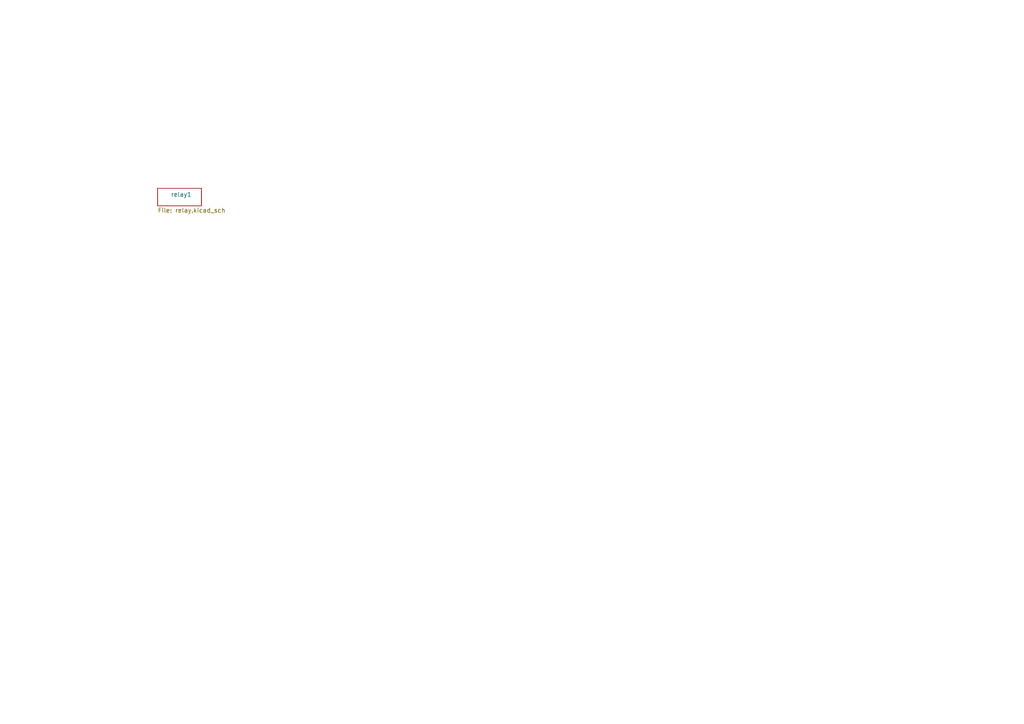
<source format=kicad_sch>
(kicad_sch
	(version 20231120)
	(generator "eeschema")
	(generator_version "8.0")
	(uuid "e7280eb5-1386-47ea-974c-c755a08b04e7")
	(paper "A4")
	(lib_symbols)
	(sheet
		(at 45.72 54.61)
		(size 12.7 5.08)
		(stroke
			(width 0.1524)
			(type solid)
		)
		(fill
			(color 0 0 0 0.0000)
		)
		(uuid "41bba28a-ec8f-4007-b6c6-6cd3fe4f31f4")
		(property "Sheetname" "relay1"
			(at 49.53 57.15 0)
			(effects
				(font
					(size 1.27 1.27)
				)
				(justify left bottom)
			)
		)
		(property "Sheetfile" "relay.kicad_sch"
			(at 45.72 60.2746 0)
			(effects
				(font
					(size 1.27 1.27)
				)
				(justify left top)
			)
		)
		(instances
			(project "Mk2-relayExtension"
				(path "/e7280eb5-1386-47ea-974c-c755a08b04e7"
					(page "2")
				)
			)
		)
	)
	(sheet_instances
		(path "/"
			(page "1")
		)
	)
)

</source>
